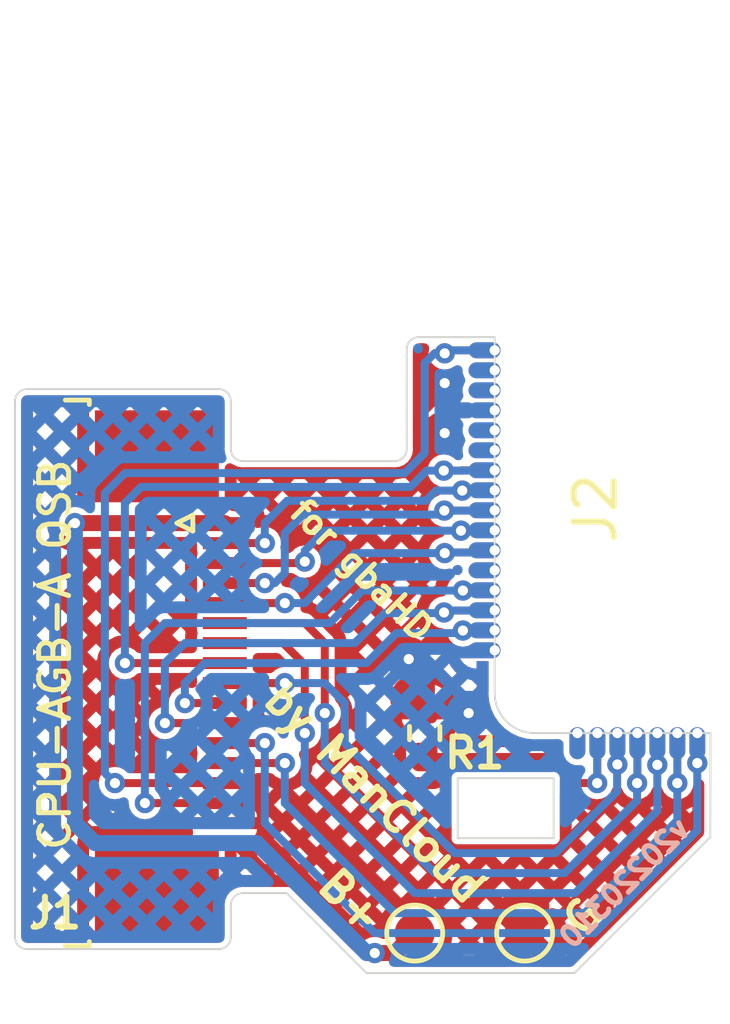
<source format=kicad_pcb>
(kicad_pcb (version 20211014) (generator pcbnew)
  (layers (0 "F.Cu" signal) (31 "B.Cu" signal) (34 "B.Paste" user) (35 "F.Paste" user) (36 "B.SilkS" user "B.Silkscreen") (37 "F.SilkS" user "F.Silkscreen") (38 "B.Mask" user) (39 "F.Mask" user) (44 "Edge.Cuts" user))
  (net 0 "")
  (net 1 "VCC")
  (net 2 "GND")
  (net 3 "Net-(J1-Pad2)")
  (net 4 "Net-(J1-Pad3)")
  (net 5 "Net-(J1-Pad4)")
  (net 6 "Net-(J1-Pad5)")
  (net 7 "Net-(J1-Pad6)")
  (net 8 "Net-(J1-Pad7)")
  (net 9 "Net-(J1-Pad8)")
  (net 10 "Net-(J1-Pad9)")
  (net 11 "Net-(J1-Pad10)")
  (net 12 "Net-(J1-Pad11)")
  (net 13 "Net-(J1-Pad12)")
  (net 14 "Net-(J1-Pad13)")
  (net 15 "Net-(J1-Pad14)")
  (net 16 "Net-(J1-Pad15)")
  (net 17 "Net-(J2-Pad2)")
  (footprint "TestPoint:TestPoint_Pad_D1.0mm" (layer "F.Cu") (at 177.527 92.573 180)
    (fp_text reference "B+" (at 1.6 0.8 315 unlocked) (layer "F.SilkS") (effects (font (size 0.75 0.75))))
    (fp_text value "BAT+")
    (fp_circle (center 0 0) (end 0 0.7) (layer "F.SilkS") (width 0.12) (fill none))
    (pad "1" smd circle locked (at 0 0 180) (size 1 1) (layers "F.Cu" "F.Mask") (net 1 "VCC"))
  )
  (footprint "Connector_FFC-FPC:TE_1-1734839-6_1x16-1MP_P0.5mm_Horizontal" (layer "F.Cu") (at 171.427 86.073 -90)
    (fp_text reference "J1" (at 6 2.9 180) (layer "F.SilkS") (effects (font (size 0.75 0.75))))
    (fp_text value "Conn_01x16")
    (fp_line (start 6.715 2.04) (end 6.825 2.04) (layer "F.SilkS") (width 0.12))
    (fp_line (start -6.825 2.04) (end -6.825 2.64) (layer "F.SilkS") (width 0.12))
    (fp_line (start -6.715 2.04) (end -6.825 2.04) (layer "F.SilkS") (width 0.12))
    (fp_line (start -3.95 -0.55) (end -3.75 -0.15) (layer "F.SilkS") (width 0.12))
    (fp_line (start -3.75 -0.15) (end -3.55 -0.55) (layer "F.SilkS") (width 0.12))
    (fp_line (start 6.825 2.04) (end 6.825 2.64) (layer "F.SilkS") (width 0.12))
    (fp_line (start -3.55 -0.55) (end -3.95 -0.55) (layer "F.SilkS") (width 0.12))
    (pad "1" smd rect (at -3.75 -1.35 270) (size 0.3 1.1) (layers "F.Cu" "F.Paste" "F.Mask") (net 1 "VCC"))
    (pad "2" smd rect (at -3.25 -1.35 270) (size 0.3 1.1) (layers "F.Cu" "F.Paste" "F.Mask") (net 3 "Net-(J1-Pad2)"))
    (pad "3" smd rect (at -2.75 -1.35 270) (size 0.3 1.1) (layers "F.Cu" "F.Paste" "F.Mask") (net 4 "Net-(J1-Pad3)"))
    (pad "4" smd rect (at -2.25 -1.35 270) (size 0.3 1.1) (layers "F.Cu" "F.Paste" "F.Mask") (net 5 "Net-(J1-Pad4)"))
    (pad "5" smd rect (at -1.75 -1.35 270) (size 0.3 1.1) (layers "F.Cu" "F.Paste" "F.Mask") (net 6 "Net-(J1-Pad5)"))
    (pad "6" smd rect (at -1.25 -1.35 270) (size 0.3 1.1) (layers "F.Cu" "F.Paste" "F.Mask") (net 7 "Net-(J1-Pad6)"))
    (pad "7" smd rect (at -0.75 -1.35 270) (size 0.3 1.1) (layers "F.Cu" "F.Paste" "F.Mask") (net 8 "Net-(J1-Pad7)"))
    (pad "8" smd rect (at -0.25 -1.35 270) (size 0.3 1.1) (layers "F.Cu" "F.Paste" "F.Mask") (net 9 "Net-(J1-Pad8)"))
    (pad "9" smd rect (at 0.25 -1.35 270) (size 0.3 1.1) (layers "F.Cu" "F.Paste" "F.Mask") (net 10 "Net-(J1-Pad9)"))
    (pad "10" smd rect (at 0.75 -1.35 270) (size 0.3 1.1) (layers "F.Cu" "F.Paste" "F.Mask") (net 11 "Net-(J1-Pad10)"))
    (pad "11" smd rect (at 1.25 -1.35 270) (size 0.3 1.1) (layers "F.Cu" "F.Paste" "F.Mask") (net 12 "Net-(J1-Pad11)"))
    (pad "12" smd rect (at 1.75 -1.35 270) (size 0.3 1.1) (layers "F.Cu" "F.Paste" "F.Mask") (net 13 "Net-(J1-Pad12)"))
    (pad "13" smd rect (at 2.25 -1.35 270) (size 0.3 1.1) (layers "F.Cu" "F.Paste" "F.Mask") (net 14 "Net-(J1-Pad13)"))
    (pad "14" smd rect (at 2.75 -1.35 270) (size 0.3 1.1) (layers "F.Cu" "F.Paste" "F.Mask") (net 15 "Net-(J1-Pad14)"))
    (pad "15" smd rect (at 3.25 -1.35 270) (size 0.3 1.1) (layers "F.Cu" "F.Paste" "F.Mask") (net 16 "Net-(J1-Pad15)"))
    (pad "16" smd rect (at 3.75 -1.35 270) (size 0.3 1.1) (layers "F.Cu" "F.Paste" "F.Mask") (net 2 "GND"))
    (pad "MP" smd rect (at -5.42 0.35 270) (size 2.3 3.1) (layers "F.Cu" "F.Paste" "F.Mask"))
    (pad "MP" smd rect (at 5.42 0.35 270) (size 2.3 3.1) (layers "F.Cu" "F.Paste" "F.Mask"))
  )
  (footprint "Resistor_SMD:R_0402_1005Metric_Pad0.72x0.64mm_HandSolder" (layer "F.Cu") (at 177.777 87.573 -90)
    (fp_text reference "R1" (at 0.5 -1.25 180) (layer "F.SilkS") (effects (font (size 0.75 0.75))))
    (fp_text value "100k")
    (fp_line (start -0.167621 -0.38) (end 0.167621 -0.38) (layer "F.SilkS") (width 0.12))
    (fp_line (start -0.167621 0.38) (end 0.167621 0.38) (layer "F.SilkS") (width 0.12))
    (pad "1" smd roundrect locked (at -0.5975 0 270) (size 0.715 0.64) (layers "F.Cu" "F.Paste" "F.Mask") (net 2 "GND"))
    (pad "2" smd roundrect locked (at 0.5975 0 270) (size 0.715 0.64) (layers "F.Cu" "F.Paste" "F.Mask") (net 17 "Net-(J2-Pad2)"))
  )
  (footprint "Nintendo:CPU_AGB_A_INTERFACE" (layer "F.Cu") (at 183.097 82.003 90)
    (fp_text reference "J2" (at 0.05 -1.05 90 unlocked) (layer "F.SilkS"))
    (fp_text value "CPU_AGB_A_Interface")
    (pad "1" thru_hole oval (at -5.57 -1.5 90) (size 0.8 0.4) (drill 0.254 (offset -0.254 0)) (layers *.Cu *.Mask))
    (pad "2" thru_hole oval (at -5.57 -1 90) (size 0.8 0.4) (drill 0.254 (offset -0.254 0)) (layers *.Cu *.Mask) (net 17 "Net-(J2-Pad2)"))
    (pad "3" thru_hole oval (at -5.57 -0.5 90) (size 0.8 0.4) (drill 0.254 (offset -0.254 0)) (layers *.Cu *.Mask) (net 10 "Net-(J1-Pad9)"))
    (pad "4" thru_hole oval (at -5.57 0 90) (size 0.8 0.4) (drill 0.254 (offset -0.254 0)) (layers *.Cu *.Mask) (net 7 "Net-(J1-Pad6)"))
    (pad "5" thru_hole oval (at -5.57 0.5 90) (size 0.8 0.4) (drill 0.254 (offset -0.254 0)) (layers *.Cu *.Mask) (net 8 "Net-(J1-Pad7)"))
    (pad "6" thru_hole oval (at -5.57 1 90) (size 0.8 0.4) (drill 0.254 (offset -0.254 0)) (layers *.Cu *.Mask) (net 14 "Net-(J1-Pad13)"))
    (pad "7" thru_hole oval (at -5.57 1.5 90) (size 0.8 0.4) (drill 0.254 (offset -0.254 0)) (layers *.Cu *.Mask) (net 13 "Net-(J1-Pad12)"))
    (pad "113" thru_hole oval (at 4 -3.57) (size 0.8 0.4) (drill 0.254 (offset -0.254 0)) (layers *.Cu *.Mask) (net 15 "Net-(J1-Pad14)"))
    (pad "114" thru_hole oval (at 3.5 -3.57) (size 0.8 0.4) (drill 0.254 (offset -0.254 0)) (layers *.Cu *.Mask))
    (pad "115" thru_hole oval (at 3 -3.57) (size 0.8 0.4) (drill 0.254 (offset -0.254 0)) (layers *.Cu *.Mask))
    (pad "116" thru_hole oval (at 2.5 -3.57) (size 0.8 0.4) (drill 0.254 (offset -0.254 0)) (layers *.Cu *.Mask) (net 2 "GND"))
    (pad "117" thru_hole oval (at 2 -3.57) (size 0.8 0.4) (drill 0.254 (offset -0.254 0)) (layers *.Cu *.Mask))
    (pad "118" thru_hole oval (at 1.5 -3.57) (size 0.8 0.4) (drill 0.254 (offset -0.254 0)) (layers *.Cu *.Mask))
    (pad "119" thru_hole oval (at 1 -3.57) (size 0.8 0.4) (drill 0.254 (offset -0.254 0)) (layers *.Cu *.Mask) (net 9 "Net-(J1-Pad8)"))
    (pad "120" thru_hole oval (at 0.5 -3.57) (size 0.8 0.4) (drill 0.254 (offset -0.254 0)) (layers *.Cu *.Mask) (net 3 "Net-(J1-Pad2)"))
    (pad "121" thru_hole oval (at 0 -3.57) (size 0.8 0.4) (drill 0.254 (offset -0.254 0)) (layers *.Cu *.Mask) (net 5 "Net-(J1-Pad4)"))
    (pad "122" thru_hole oval (at -0.5 -3.57) (size 0.8 0.4) (drill 0.254 (offset -0.254 0)) (layers *.Cu *.Mask) (net 4 "Net-(J1-Pad3)"))
    (pad "123" thru_hole oval (at -1 -3.57) (size 0.8 0.4) (drill 0.254 (offset -0.254 0)) (layers *.Cu *.Mask) (net 6 "Net-(J1-Pad5)"))
    (pad "124" thru_hole oval (at -1.5 -3.57) (size 0.8 0.4) (drill 0.254 (offset -0.254 0)) (layers *.Cu *.Mask))
    (pad "125" thru_hole oval (at -2 -3.57) (size 0.8 0.4) (drill 0.254 (offset -0.254 0)) (layers *.Cu *.Mask) (net 16 "Net-(J1-Pad15)"))
    (pad "126" thru_hole oval (at -2.5 -3.57) (size 0.8 0.4) (drill 0.254 (offset -0.254 0)) (layers *.Cu *.Mask) (net 12 "Net-(J1-Pad11)"))
    (pad "127" thru_hole oval (at -3 -3.57) (size 0.8 0.4) (drill 0.254 (offset -0.254 0)) (layers *.Cu *.Mask) (net 11 "Net-(J1-Pad10)"))
    (pad "128" thru_hole oval (at -3.5 -3.57) (size 0.8 0.4) (drill 0.254 (offset -0.254 0)) (layers *.Cu *.Mask) (net 2 "GND"))
  )
  (footprint "TestPoint:TestPoint_Pad_D1.0mm" (layer "F.Cu") (at 180.277 92.573 180)
    (fp_text reference "G" (at -1.45 0.4 45 unlocked) (layer "F.SilkS") (effects (font (size 0.75 0.75))))
    (fp_text value "GND")
    (fp_circle (center 0 0) (end 0 0.7) (layer "F.SilkS") (width 0.12) (fill none))
    (pad "1" smd circle locked (at 0 0 180) (size 1 1) (layers "F.Cu" "F.Mask") (net 2 "GND"))
  )
  (gr_arc (start 180.527 87.573) (mid 179.819893 87.280107) (end 179.527 86.573) (layer "Edge.Cuts") (width 0.05))
  (gr_rect (start 178.6028 88.7004) (end 181.0028 90.2004) (layer "Edge.Cuts") (width 0.05) (fill none))
  (gr_line (start 174.327 91.573) (end 176.321497 93.573) (layer "Edge.Cuts") (width 0.05))
  (gr_arc (start 172.627 78.973) (mid 172.839132 79.060868) (end 172.927 79.273) (layer "Edge.Cuts") (width 0.05))
  (gr_line (start 173.227 91.573) (end 174.327 91.573) (layer "Edge.Cuts") (width 0.05))
  (gr_line (start 179.527 77.673) (end 177.627 77.673) (layer "Edge.Cuts") (width 0.05))
  (gr_arc (start 172.927 92.673) (mid 172.839132 92.885132) (end 172.627 92.973) (layer "Edge.Cuts") (width 0.05))
  (gr_arc (start 173.227 80.773) (mid 173.014868 80.685132) (end 172.927 80.473) (layer "Edge.Cuts") (width 0.05))
  (gr_line (start 177.027 80.773503) (end 173.227 80.773) (layer "Edge.Cuts") (width 0.05))
  (gr_line (start 177.327 77.973) (end 177.327503 80.473) (layer "Edge.Cuts") (width 0.05))
  (gr_arc (start 177.327 77.973) (mid 177.414868 77.760868) (end 177.627 77.673) (layer "Edge.Cuts") (width 0.05))
  (gr_line (start 172.927 80.473) (end 172.927 79.273) (layer "Edge.Cuts") (width 0.05))
  (gr_arc (start 167.827 92.973) (mid 167.614868 92.885132) (end 167.527 92.673) (layer "Edge.Cuts") (width 0.05))
  (gr_line (start 184.927 87.573) (end 184.922 90.173) (layer "Edge.Cuts") (width 0.05))
  (gr_arc (start 172.927 91.873) (mid 173.014868 91.660868) (end 173.227 91.573) (layer "Edge.Cuts") (width 0.05))
  (gr_line (start 167.827 92.973) (end 172.627 92.973) (layer "Edge.Cuts") (width 0.05))
  (gr_line (start 179.527 77.673) (end 179.527 86.573) (layer "Edge.Cuts") (width 0.05))
  (gr_line (start 180.527 87.573) (end 184.927 87.573) (layer "Edge.Cuts") (width 0.05))
  (gr_line (start 172.927 92.673) (end 172.927 91.873) (layer "Edge.Cuts") (width 0.05))
  (gr_arc (start 177.327503 80.473) (mid 177.239488 80.685488) (end 177.027 80.773503) (layer "Edge.Cuts") (width 0.05))
  (gr_line (start 167.527 79.273) (end 167.527 92.673) (layer "Edge.Cuts") (width 0.05))
  (gr_arc (start 167.527 79.273) (mid 167.614868 79.060868) (end 167.827 78.973) (layer "Edge.Cuts") (width 0.05))
  (gr_line (start 181.527 93.573) (end 184.922 90.173) (layer "Edge.Cuts") (width 0.05))
  (gr_line (start 181.527 93.573) (end 176.321497 93.573) (layer "Edge.Cuts") (width 0.05))
  (gr_line (start 172.627 78.973) (end 167.827 78.973) (layer "Edge.Cuts") (width 0.05))
  (gr_text "v20220310" (at 182.777 91.323 45) (layer "B.SilkS") (effects (font (size 0.5 0.5) (thickness 0.125)) (justify mirror)))
  (gr_text "for gbaHD" (at 174.527 81.823 315) (layer "F.SilkS") (effects (font (size 0.6 0.6) (thickness 0.125)) (justify left)))
  (gr_text "CPU-AGB-A QSB" (at 168.527 90.573 90) (layer "F.SilkS") (effects (font (size 0.75 0.75) (thickness 0.125)) (justify left)))
  (gr_text "by ManCloud" (at 176.527 89.073 315) (layer "F.SilkS") (effects (font (size 0.75 0.75))))
  (segment (start 176.527 93.07255) (end 177.02745 93.07255) (width 0.4) (layer "F.Cu") (net 1))
  (segment (start 169.027 82.323) (end 172.777 82.323) (width 0.4) (layer "F.Cu") (net 1))
  (segment (start 177.02745 93.07255) (end 177.527 92.573) (width 0.4) (layer "F.Cu") (net 1))
  (via (at 169.027 82.323) (size 0.508) (drill 0.254) (layers "F.Cu" "B.Cu") (net 1))
  (via (at 176.527 93.07255) (size 0.508) (drill 0.254) (layers "F.Cu" "B.Cu") (net 1))
  (segment (start 173.57476 90.323) (end 169.527 90.323) (width 0.4) (layer "B.Cu") (net 1))
  (segment (start 169.027 89.823) (end 169.027 82.323) (width 0.4) (layer "B.Cu") (net 1))
  (segment (start 176.527 93.07255) (end 176.32431 93.07255) (width 0.4) (layer "B.Cu") (net 1))
  (segment (start 169.527 90.323) (end 169.027 89.823) (width 0.4) (layer "B.Cu") (net 1))
  (segment (start 176.32431 93.07255) (end 173.57476 90.323) (width 0.4) (layer "B.Cu") (net 1))
  (via (at 178.877 87.073) (size 0.508) (drill 0.254) (layers "F.Cu" "B.Cu") (net 2))
  (via (at 178.277 80.073) (size 0.508) (drill 0.254) (layers "F.Cu" "B.Cu") (net 2))
  (via (at 178.277 78.823) (size 0.508) (drill 0.254) (layers "F.Cu" "B.Cu") (net 2))
  (via (at 177.377 85.723) (size 0.508) (drill 0.254) (layers "F.Cu" "B.Cu") (net 2))
  (segment (start 172.777 82.823) (end 173.777 82.823) (width 0.2) (layer "F.Cu") (net 3))
  (segment (start 178.716808 81.51039) (end 178.724198 81.503) (width 0.2) (layer "F.Cu") (net 3))
  (segment (start 178.724198 81.503) (end 179.27508 81.503) (width 0.2) (layer "F.Cu") (net 3))
  (via (at 178.716808 81.51039) (size 0.508) (drill 0.254) (layers "F.Cu" "B.Cu") (net 3))
  (via (at 173.777 82.823) (size 0.508) (drill 0.254) (layers "F.Cu" "B.Cu") (net 3))
  (segment (start 178.716808 81.51039) (end 179.26769 81.51039) (width 0.2) (layer "B.Cu") (net 3))
  (segment (start 178.716808 81.51039) (end 178.473671 81.51039) (width 0.2) (layer "B.Cu") (net 3))
  (segment (start 177.806047 81.76414) (end 174.33586 81.76414) (width 0.2) (layer "B.Cu") (net 3))
  (segment (start 179.26769 81.51039) (end 179.27508 81.503) (width 0.2) (layer "B.Cu") (net 3))
  (segment (start 173.777 82.323) (end 173.777 82.823) (width 0.2) (layer "B.Cu") (net 3))
  (segment (start 178.059808 81.510379) (end 177.806047 81.76414) (width 0.2) (layer "B.Cu") (net 3))
  (segment (start 178.47366 81.510379) (end 178.059808 81.510379) (width 0.2) (layer "B.Cu") (net 3))
  (segment (start 178.473671 81.51039) (end 178.47366 81.510379) (width 0.2) (layer "B.Cu") (net 3))
  (segment (start 174.33586 81.76414) (end 173.777 82.323) (width 0.2) (layer "B.Cu") (net 3))
  (segment (start 174.738681 83.323) (end 172.777 83.323) (width 0.2) (layer "F.Cu") (net 4))
  (segment (start 174.77655 83.285131) (end 174.738681 83.323) (width 0.2) (layer "F.Cu") (net 4))
  (segment (start 178.694043 82.503) (end 179.27508 82.503) (width 0.2) (layer "F.Cu") (net 4))
  (segment (start 178.684543 82.5125) (end 178.694043 82.503) (width 0.2) (layer "F.Cu") (net 4))
  (via (at 178.684543 82.5125) (size 0.508) (drill 0.254) (layers "F.Cu" "B.Cu") (net 4))
  (via (at 174.77655 83.285131) (size 0.508) (drill 0.254) (layers "F.Cu" "B.Cu") (net 4))
  (segment (start 179.27508 82.5125) (end 179.27508 82.503) (width 0.2) (layer "B.Cu") (net 4))
  (segment (start 174.77655 83.01295) (end 175.277 82.5125) (width 0.2) (layer "B.Cu") (net 4))
  (segment (start 178.684543 82.5125) (end 179.27508 82.5125) (width 0.2) (layer "B.Cu") (net 4))
  (segment (start 174.77655 83.285131) (end 174.77655 83.01295) (width 0.2) (layer "B.Cu") (net 4))
  (segment (start 175.277 82.5125) (end 178.684543 82.5125) (width 0.2) (layer "B.Cu") (net 4))
  (segment (start 179.27508 82.00994) (end 179.27508 82.003) (width 0.2) (layer "F.Cu") (net 5))
  (segment (start 178.266734 82.00994) (end 179.27508 82.00994) (width 0.2) (layer "F.Cu") (net 5))
  (segment (start 172.777 83.823) (end 173.777 83.823) (width 0.2) (layer "F.Cu") (net 5))
  (via (at 173.777 83.823) (size 0.508) (drill 0.254) (layers "F.Cu" "B.Cu") (net 5))
  (via (at 178.266734 82.00994) (size 0.508) (drill 0.254) (layers "F.Cu" "B.Cu") (net 5))
  (segment (start 173.777 83.823) (end 174.027 83.823) (width 0.2) (layer "B.Cu") (net 5))
  (segment (start 174.277 82.573) (end 174.527 82.323) (width 0.2) (layer "B.Cu") (net 5))
  (segment (start 174.277 83.573) (end 174.277 82.573) (width 0.2) (layer "B.Cu") (net 5))
  (segment (start 178.266734 82.00994) (end 179.27508 82.00994) (width 0.2) (layer "B.Cu") (net 5))
  (segment (start 174.027 83.823) (end 174.277 83.573) (width 0.2) (layer "B.Cu") (net 5))
  (segment (start 174.527 82.323) (end 174.74029 82.10971) (width 0.2) (layer "B.Cu") (net 5))
  (segment (start 174.74029 82.10971) (end 178.166964 82.10971) (width 0.2) (layer "B.Cu") (net 5))
  (segment (start 178.166964 82.10971) (end 178.266734 82.00994) (width 0.2) (layer "B.Cu") (net 5))
  (segment (start 179.27508 82.00994) (end 179.27508 82.003) (width 0.2) (layer "B.Cu") (net 5))
  (segment (start 172.777 84.323) (end 174.277 84.323) (width 0.2) (layer "F.Cu") (net 6))
  (segment (start 179.27508 83.012061) (end 179.27508 83.003) (width 0.2) (layer "F.Cu") (net 6))
  (segment (start 179.22065 83.05743) (end 179.27508 83.003) (width 0.2) (layer "F.Cu") (net 6))
  (segment (start 178.277 83.073) (end 178.29257 83.05743) (width 0.2) (layer "F.Cu") (net 6))
  (segment (start 178.277 83.073) (end 178.337939 83.012061) (width 0.2) (layer "F.Cu") (net 6))
  (segment (start 178.29257 83.05743) (end 179.22065 83.05743) (width 0.2) (layer "F.Cu") (net 6))
  (via (at 178.277 83.073) (size 0.508) (drill 0.254) (layers "F.Cu" "B.Cu") (net 6))
  (via (at 174.277 84.323) (size 0.508) (drill 0.254) (layers "F.Cu" "B.Cu") (net 6))
  (segment (start 178.29257 83.05743) (end 179.22065 83.05743) (width 0.2) (layer "B.Cu") (net 6))
  (segment (start 178.277 83.073) (end 178.29257 83.05743) (width 0.2) (layer "B.Cu") (net 6))
  (segment (start 174.277 84.323) (end 174.777 84.323) (width 0.2) (layer "B.Cu") (net 6))
  (segment (start 174.777 84.323) (end 176.027 83.073) (width 0.2) (layer "B.Cu") (net 6))
  (segment (start 176.027 83.073) (end 178.277 83.073) (width 0.2) (layer "B.Cu") (net 6))
  (segment (start 179.22065 83.05743) (end 179.27508 83.003) (width 0.2) (layer "B.Cu") (net 6))
  (segment (start 183.09006 88.823) (end 183.097 88.81606) (width 0.2) (layer "F.Cu") (net 7))
  (segment (start 174.777 84.823) (end 172.777 84.823) (width 0.2) (layer "F.Cu") (net 7))
  (segment (start 175.277 85.323) (end 174.777 84.823) (width 0.2) (layer "F.Cu") (net 7))
  (segment (start 183.097 88.81606) (end 183.097 87.82492) (width 0.2) (layer "F.Cu") (net 7))
  (segment (start 175.277 87.073) (end 175.277 85.323) (width 0.2) (layer "F.Cu") (net 7))
  (via (at 183.09006 88.823) (size 0.508) (drill 0.254) (layers "F.Cu" "B.Cu") (net 7))
  (via (at 175.277 87.073) (size 0.508) (drill 0.254) (layers "F.Cu" "B.Cu") (net 7))
  (segment (start 181.277 91.073) (end 183.09006 89.25994) (width 0.2) (layer "B.Cu") (net 7))
  (segment (start 183.097 88.81606) (end 183.097 87.82492) (width 0.2) (layer "B.Cu") (net 7))
  (segment (start 178.027 91.073) (end 181.277 91.073) (width 0.2) (layer "B.Cu") (net 7))
  (segment (start 183.09006 89.25994) (end 183.09006 88.823) (width 0.2) (layer "B.Cu") (net 7))
  (segment (start 175.277 87.073) (end 175.277 88.323) (width 0.2) (layer "B.Cu") (net 7))
  (segment (start 175.277 88.323) (end 178.027 91.073) (width 0.2) (layer "B.Cu") (net 7))
  (segment (start 183.09006 88.823) (end 183.097 88.81606) (width 0.2) (layer "B.Cu") (net 7))
  (segment (start 174.777 85.866513) (end 174.233487 85.323) (width 0.2) (layer "F.Cu") (net 8))
  (segment (start 183.597 88.367405) (end 183.597 87.82492) (width 0.2) (layer "F.Cu") (net 8))
  (segment (start 174.777 87.573) (end 174.777 85.866513) (width 0.2) (layer "F.Cu") (net 8))
  (segment (start 174.233487 85.323) (end 172.777 85.323) (width 0.2) (layer "F.Cu") (net 8))
  (segment (start 183.59655 88.366955) (end 183.597 88.367405) (width 0.2) (layer "F.Cu") (net 8))
  (via (at 174.777 87.573) (size 0.508) (drill 0.254) (layers "F.Cu" "B.Cu") (net 8))
  (via (at 183.59655 88.366955) (size 0.508) (drill 0.254) (layers "F.Cu" "B.Cu") (net 8))
  (segment (start 174.777 87.573) (end 174.777 88.823) (width 0.2) (layer "B.Cu") (net 8))
  (segment (start 183.59655 88.366955) (end 183.59655 87.82492) (width 0.2) (layer "B.Cu") (net 8))
  (segment (start 174.777 88.823) (end 177.527 91.573) (width 0.2) (layer "B.Cu") (net 8))
  (segment (start 183.59655 89.518357) (end 183.59655 88.366955) (width 0.2) (layer "B.Cu") (net 8))
  (segment (start 177.527 91.573) (end 181.541907 91.573) (width 0.2) (layer "B.Cu") (net 8))
  (segment (start 181.541907 91.573) (end 183.59655 89.518357) (width 0.2) (layer "B.Cu") (net 8))
  (segment (start 178.707 81.003) (end 179.27508 81.003) (width 0.2) (layer "F.Cu") (net 9))
  (segment (start 178.253405 81.010829) (end 178.699171 81.010829) (width 0.2) (layer "F.Cu") (net 9))
  (segment (start 178.699171 81.010829) (end 178.707 81.003) (width 0.2) (layer "F.Cu") (net 9))
  (segment (start 172.777 85.823) (end 170.277 85.823) (width 0.2) (layer "F.Cu") (net 9))
  (via (at 170.277 85.823) (size 0.508) (drill 0.254) (layers "F.Cu" "B.Cu") (net 9))
  (via (at 178.253405 81.010829) (size 0.508) (drill 0.254) (layers "F.Cu" "B.Cu") (net 9))
  (segment (start 177.827881 81.010829) (end 177.42014 81.41857) (width 0.2) (layer "B.Cu") (net 9))
  (segment (start 170.68143 81.41857) (end 170.277 81.823) (width 0.2) (layer "B.Cu") (net 9))
  (segment (start 178.253405 81.010829) (end 179.27508 81.010829) (width 0.2) (layer "B.Cu") (net 9))
  (segment (start 178.253405 81.010829) (end 177.827881 81.010829) (width 0.2) (layer "B.Cu") (net 9))
  (segment (start 179.27508 81.010829) (end 179.27508 81.003) (width 0.2) (layer "B.Cu") (net 9))
  (segment (start 170.277 81.823) (end 170.277 85.823) (width 0.2) (layer "B.Cu") (net 9))
  (segment (start 177.42014 81.41857) (end 170.68143 81.41857) (width 0.2) (layer "B.Cu") (net 9))
  (segment (start 174.277 86.323) (end 172.777 86.323) (width 0.2) (layer "F.Cu") (net 10))
  (segment (start 182.597 88.357848) (end 182.597 87.82492) (width 0.2) (layer "F.Cu") (net 10))
  (via (at 174.277 86.323) (size 0.508) (drill 0.254) (layers "F.Cu" "B.Cu") (net 10))
  (via (at 182.597 88.357848) (size 0.508) (drill 0.254) (layers "F.Cu" "B.Cu") (net 10))
  (segment (start 175.277 86.323) (end 175.777 86.823) (width 0.2) (layer "B.Cu") (net 10))
  (segment (start 181.047436 90.573) (end 182.59051 89.029926) (width 0.2) (layer "B.Cu") (net 10))
  (segment (start 182.59051 88.364338) (end 182.597 88.357848) (width 0.2) (layer "B.Cu") (net 10))
  (segment (start 175.777 87.823) (end 178.527 90.573) (width 0.2) (layer "B.Cu") (net 10))
  (segment (start 174.277 86.323) (end 175.277 86.323) (width 0.2) (layer "B.Cu") (net 10))
  (segment (start 178.527 90.573) (end 181.047436 90.573) (width 0.2) (layer "B.Cu") (net 10))
  (segment (start 182.597 88.357848) (end 182.597 87.82492) (width 0.2) (layer "B.Cu") (net 10))
  (segment (start 175.777 86.823) (end 175.777 87.823) (width 0.2) (layer "B.Cu") (net 10))
  (segment (start 182.59051 89.029926) (end 182.59051 88.364338) (width 0.2) (layer "B.Cu") (net 10))
  (segment (start 178.733045 85.009146) (end 178.739191 85.003) (width 0.2) (layer "F.Cu") (net 11))
  (segment (start 172.777 86.823) (end 171.777 86.823) (width 0.2) (layer "F.Cu") (net 11))
  (segment (start 178.739191 85.003) (end 179.27508 85.003) (width 0.2) (layer "F.Cu") (net 11))
  (via (at 171.777 86.823) (size 0.508) (drill 0.254) (layers "F.Cu" "B.Cu") (net 11))
  (via (at 178.733045 85.009146) (size 0.508) (drill 0.254) (layers "F.Cu" "B.Cu") (net 11))
  (segment (start 172.277 85.823) (end 171.777 86.323) (width 0.2) (layer "B.Cu") (net 11))
  (segment (start 177.070513 85.073) (end 176.320513 85.823) (width 0.2) (layer "B.Cu") (net 11))
  (segment (start 171.777 86.323) (end 171.777 86.823) (width 0.2) (layer "B.Cu") (net 11))
  (segment (start 176.320513 85.823) (end 172.277 85.823) (width 0.2) (layer "B.Cu") (net 11))
  (segment (start 178.669191 85.073) (end 177.070513 85.073) (width 0.2) (layer "B.Cu") (net 11))
  (segment (start 178.733045 85.009146) (end 179.268934 85.009146) (width 0.2) (layer "B.Cu") (net 11))
  (segment (start 179.268934 85.009146) (end 179.27508 85.003) (width 0.2) (layer "B.Cu") (net 11))
  (segment (start 178.733045 85.009146) (end 178.669191 85.073) (width 0.2) (layer "B.Cu") (net 11))
  (segment (start 179.268495 84.509585) (end 179.27508 84.503) (width 0.2) (layer "F.Cu") (net 12))
  (segment (start 178.260724 84.557434) (end 178.308573 84.509585) (width 0.2) (layer "F.Cu") (net 12))
  (segment (start 172.777 87.323) (end 171.277 87.323) (width 0.2) (layer "F.Cu") (net 12))
  (segment (start 178.308573 84.509585) (end 179.268495 84.509585) (width 0.2) (layer "F.Cu") (net 12))
  (via (at 171.277 87.323) (size 0.508) (drill 0.254) (layers "F.Cu" "B.Cu") (net 12))
  (via (at 178.260724 84.557434) (size 0.508) (drill 0.254) (layers "F.Cu" "B.Cu") (net 12))
  (segment (start 171.277 87.323) (end 171.277 85.823) (width 0.2) (layer "B.Cu") (net 12))
  (segment (start 176.777 84.573) (end 178.245158 84.573) (width 0.2) (layer "B.Cu") (net 12))
  (segment (start 171.777 85.323) (end 176.027 85.323) (width 0.2) (layer "B.Cu") (net 12))
  (segment (start 179.268495 84.509585) (end 179.27508 84.503) (width 0.2) (layer "B.Cu") (net 12))
  (segment (start 178.245158 84.573) (end 178.260724 84.557434) (width 0.2) (layer "B.Cu") (net 12))
  (segment (start 176.027 85.323) (end 176.777 84.573) (width 0.2) (layer "B.Cu") (net 12))
  (segment (start 178.260724 84.557434) (end 178.308573 84.509585) (width 0.2) (layer "B.Cu") (net 12))
  (segment (start 171.277 85.823) (end 171.777 85.323) (width 0.2) (layer "B.Cu") (net 12))
  (segment (start 178.308573 84.509585) (end 179.268495 84.509585) (width 0.2) (layer "B.Cu") (net 12))
  (segment (start 184.596542 88.323) (end 184.596542 87.82492) (width 0.2) (layer "F.Cu") (net 13))
  (segment (start 172.777 87.823) (end 173.777 87.823) (width 0.2) (layer "F.Cu") (net 13))
  (via (at 184.596542 88.323) (size 0.508) (drill 0.254) (layers "F.Cu" "B.Cu") (net 13))
  (via (at 173.777 87.823) (size 0.508) (drill 0.254) (layers "F.Cu" "B.Cu") (net 13))
  (segment (start 173.777 89.823) (end 173.777 87.823) (width 0.2) (layer "B.Cu") (net 13))
  (segment (start 184.596542 90.003458) (end 182.027 92.573) (width 0.2) (layer "B.Cu") (net 13))
  (segment (start 184.596542 88.323) (end 184.596542 90.003458) (width 0.2) (layer "B.Cu") (net 13))
  (segment (start 176.527 92.573) (end 173.777 89.823) (width 0.2) (layer "B.Cu") (net 13))
  (segment (start 182.027 92.573) (end 176.527 92.573) (width 0.2) (layer "B.Cu") (net 13))
  (segment (start 184.596542 88.323) (end 184.596542 87.82492) (width 0.2) (layer "B.Cu") (net 13))
  (segment (start 184.096992 88.573) (end 184.096992 87.82492) (width 0.2) (layer "F.Cu") (net 14))
  (segment (start 184.0961 88.823) (end 184.0961 88.573892) (width 0.2) (layer "F.Cu") (net 14))
  (segment (start 174.277 88.323) (end 172.777 88.323) (width 0.2) (layer "F.Cu") (net 14))
  (segment (start 184.0961 88.573892) (end 184.096992 88.573) (width 0.2) (layer "F.Cu") (net 14))
  (via (at 174.277 88.323) (size 0.508) (drill 0.254) (layers "F.Cu" "B.Cu") (net 14))
  (via (at 184.0961 88.823) (size 0.508) (drill 0.254) (layers "F.Cu" "B.Cu") (net 14))
  (segment (start 184.0961 87.82492) (end 184.097 87.82492) (width 0.2) (layer "B.Cu") (net 14))
  (segment (start 184.0961 89.7539) (end 181.777 92.073) (width 0.2) (layer "B.Cu") (net 14))
  (segment (start 177.027 92.073) (end 174.277 89.323) (width 0.2) (layer "B.Cu") (net 14))
  (segment (start 174.277 89.323) (end 174.277 88.323) (width 0.2) (layer "B.Cu") (net 14))
  (segment (start 181.777 92.073) (end 177.027 92.073) (width 0.2) (layer "B.Cu") (net 14))
  (segment (start 184.0961 88.823) (end 184.0961 87.82492) (width 0.2) (layer "B.Cu") (net 14))
  (segment (start 184.0961 88.823) (end 184.0961 89.7539) (width 0.2) (layer "B.Cu") (net 14))
  (segment (start 178.277 78.0789) (end 178.3529 78.003) (width 0.2) (layer "F.Cu") (net 15))
  (segment (start 172.777 88.823) (end 170.027 88.823) (width 0.2) (layer "F.Cu") (net 15))
  (segment (start 178.3529 78.003) (end 179.27508 78.003) (width 0.2) (layer "F.Cu") (net 15))
  (via (at 178.277 78.0789) (size 0.508) (drill 0.254) (layers "F.Cu" "B.Cu") (net 15))
  (via (at 170.027 88.823) (size 0.508) (drill 0.254) (layers "F.Cu" "B.Cu") (net 15))
  (segment (start 177.277 81.073) (end 177.777 80.573) (width 0.2) (layer "B.Cu") (net 15))
  (segment (start 178.2711 78.073) (end 178.277 78.0789) (width 0.2) (layer "B.Cu") (net 15))
  (segment (start 178.277 78.0789) (end 178.3529 78.003) (width 0.2) (layer "B.Cu") (net 15))
  (segment (start 177.777 78.323) (end 178.027 78.073) (width 0.2) (layer "B.Cu") (net 15))
  (segment (start 178.027 78.073) (end 178.2711 78.073) (width 0.2) (layer "B.Cu") (net 15))
  (segment (start 177.777 80.573) (end 177.777 78.323) (width 0.2) (layer "B.Cu") (net 15))
  (segment (start 170.277 81.073) (end 177.277 81.073) (width 0.2) (layer "B.Cu") (net 15))
  (segment (start 178.3529 78.003) (end 179.27508 78.003) (width 0.2) (layer "B.Cu") (net 15))
  (segment (start 169.777 88.573) (end 169.777 81.573) (width 0.2) (layer "B.Cu") (net 15))
  (segment (start 169.777 81.573) (end 170.277 81.073) (width 0.2) (layer "B.Cu") (net 15))
  (segment (start 170.027 88.823) (end 169.777 88.573) (width 0.2) (layer "B.Cu") (net 15))
  (segment (start 170.77745 89.323) (end 172.777 89.323) (width 0.2) (layer "F.Cu") (net 16))
  (segment (start 170.777 89.32255) (end 170.77745 89.323) (width 0.2) (layer "F.Cu") (net 16))
  (segment (start 178.733045 84.009146) (end 179.27508 84.009146) (width 0.2) (layer "F.Cu") (net 16))
  (segment (start 179.27508 84.009146) (end 179.27508 84.003) (width 0.2) (layer "F.Cu") (net 16))
  (via (at 178.733045 84.009146) (size 0.508) (drill 0.254) (layers "F.Cu" "B.Cu") (net 16))
  (via (at 170.777 89.32255) (size 0.508) (drill 0.254) (layers "F.Cu" "B.Cu") (net 16))
  (segment (start 179.268934 84.009146) (end 179.27508 84.003) (width 0.2) (layer "B.Cu") (net 16))
  (segment (start 178.733045 84.009146) (end 179.268934 84.009146) (width 0.2) (layer "B.Cu") (net 16))
  (segment (start 170.777 89.32255) (end 170.777 85.323) (width 0.2) (layer "B.Cu") (net 16))
  (segment (start 171.277 84.823) (end 175.402 84.823) (width 0.2) (layer "B.Cu") (net 16))
  (segment (start 175.402 84.823) (end 176.215854 84.009146) (width 0.2) (layer "B.Cu") (net 16))
  (segment (start 176.215854 84.009146) (end 178.733045 84.009146) (width 0.2) (layer "B.Cu") (net 16))
  (segment (start 170.777 85.323) (end 171.277 84.823) (width 0.2) (layer "B.Cu") (net 16))
  (segment (start 177.777 88.1705) (end 180.8545 88.1705) (width 0.2) (layer "F.Cu") (net 17))
  (segment (start 180.8545 88.1705) (end 181.507 88.823) (width 0.2) (layer "F.Cu") (net 17))
  (segment (start 181.507 88.823) (end 182.090949 88.823) (width 0.2) (layer "F.Cu") (net 17))
  (segment (start 182.090949 88.823) (end 182.097 88.816949) (width 0.2) (layer "F.Cu") (net 17))
  (segment (start 182.097 88.816949) (end 182.097 87.82492) (width 0.2) (layer "F.Cu") (net 17))
  (via (at 182.090949 88.823) (size 0.508) (drill 0.254) (layers "F.Cu" "B.Cu") (net 17))
  (segment (start 182.090949 88.823) (end 182.090949 87.82492) (width 0.2) (layer "B.Cu") (net 17))
  (segment (start 182.090949 87.82492) (end 182.097 87.82492) (width 0.2) (layer "B.Cu") (net 17))
  (zone (net 2) (net_name "GND") (layers F&B.Cu) (connect_pads (clearance 0.128)) (min_thickness 0.254) (fill yes (mode hatch) (thermal_gap 0.254) (thermal_bridge_width 0.508) (island_removal_mode 1) (island_area_min 0) (hatch_thickness 0.3) (hatch_gap 0.3) (hatch_orientation 45) (hatch_border_algorithm hatch_thickness) (hatch_min_hole_area 0.3))
    (polygon (pts (xy 179.027 85.773) (xy 179.527 85.773) (xy 179.527 86.573) (xy 180.527 86.573) (xy 180.527 87.573) (xy 184.927 87.573) (xy 184.927 90.173) (xy 181.527 93.573) (xy 176.327 93.573) (xy 174.327 91.573) (xy 172.927 91.573) (xy 172.927 92.973) (xy 167.527 92.973) (xy 167.527 78.973) (xy 172.927 78.973) (xy 172.927 80.773) (xy 177.327 80.773) (xy 177.327 77.673) (xy 179.027 77.673)))
  )
)
</source>
